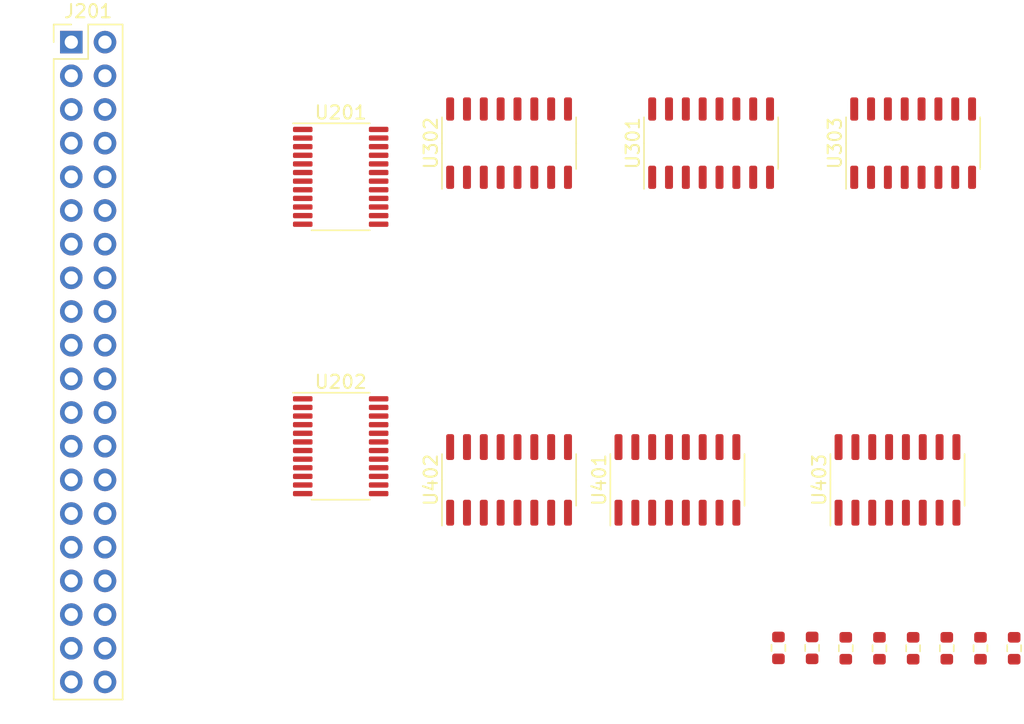
<source format=kicad_pcb>
(kicad_pcb (version 20211014) (generator pcbnew)
  (layers (0 "F.Cu" signal) (31 "B.Cu" signal) (34 "B.Paste" user) (35 "F.Paste" user) (36 "B.SilkS" user "B.Silkscreen") (37 "F.SilkS" user "F.Silkscreen") (38 "B.Mask" user) (39 "F.Mask" user) (44 "Edge.Cuts" user))
  (net 0 "")
  (net 1 "+3V3")
  (net 2 "+5V")
  (net 5 "GND")
  (net 9 "/Pi Input/~{SPI1_{LOAD}}")
  (net 10 "/Pi Input/~{SPI1_{SELECT}}")
  (net 15 "/Pi Input/SPI0_{COPI}")
  (net 18 "/Pi Input/SPI0_{CLK}")
  (net 19 "/Pi Input/~{SPI0_{SELECT}}")
  (net 27 "/Pi Input/SPI1_{CIPO}")
  (net 31 "/Pi Input/SPI1_{CLK}")
  (net 32 "/In Registers/~{IN_{LOAD}}")
  (net 33 "/In Registers/IN_{CLK}")
  (net 35 "/Pi Input/~{IN_{SELECT}}")
  (net 36 "/Pi Input/~{IN_{LOAD}}")
  (net 37 "/Pi Input/IN_{CLK}")
  (net 39 "/Pi Input/IN_{DATA}")
  (net 54 "Net-(U301-Pad9)")
  (net 55 "/Out Registers/OUT_{CLK}")
  (net 56 "/Out Registers/~{OUT_{SELECT}}")
  (net 57 "/Out Registers/OUT_{DATA}")
  (net 66 "Net-(U302-Pad9)")
  (net 78 "Net-(U401-Pad9)")
  (net 79 "/In Registers/~{IN_{SELECT}}")
  (net 85 "Net-(U402-Pad9)")
  (net 91 "/In Registers/IN_{DATA}")
  (net 92 "/In Registers/IN0")
  (net 93 "/In Registers/IN1")
  (net 94 "/In Registers/IN2")
  (net 95 "/In Registers/IN3")
  (net 96 "/In Registers/IN4")
  (net 97 "/In Registers/IN5")
  (net 98 "/In Registers/IN6")
  (net 99 "/In Registers/IN7")
  (net 100 "/In Registers/IN19")
  (net 101 "/In Registers/IN18")
  (net 102 "/In Registers/IN17")
  (net 103 "/In Registers/IN16")
  (net 104 "/In Registers/IN23")
  (net 105 "/In Registers/IN22")
  (net 106 "/In Registers/IN21")
  (net 107 "/In Registers/IN20")
  (footprint "Resistor_SMD:R_0603_1608Metric" (layer "F.Cu") (at 147.32 129.54 -90)
    (fp_text reference "R401" hide)
    (fp_text value "1M")
    (fp_line (start -0.237258 0.5225) (end 0.237258 0.5225) (layer "F.SilkS") (width 0.12))
    (fp_line (start -0.237258 -0.5225) (end 0.237258 -0.5225) (layer "F.SilkS") (width 0.12))
    (pad "1" smd roundrect (at -0.825 0 270) (size 0.8 0.95) (layers "F.Cu" "F.Paste" "F.Mask") (net 92 "/In Registers/IN0"))
    (pad "2" smd roundrect (at 0.825 0 270) (size 0.8 0.95) (layers "F.Cu" "F.Paste" "F.Mask") (net 5 "GND"))
  )
  (footprint "Resistor_SMD:R_0603_1608Metric" (layer "F.Cu") (at 139.7 129.54 -90)
    (fp_text reference "R404" hide)
    (fp_text value "1M")
    (fp_line (start -0.237258 -0.5225) (end 0.237258 -0.5225) (layer "F.SilkS") (width 0.12))
    (fp_line (start -0.237258 0.5225) (end 0.237258 0.5225) (layer "F.SilkS") (width 0.12))
    (pad "1" smd roundrect (at -0.825 0 270) (size 0.8 0.95) (layers "F.Cu" "F.Paste" "F.Mask") (net 95 "/In Registers/IN3"))
    (pad "2" smd roundrect (at 0.825 0 270) (size 0.8 0.95) (layers "F.Cu" "F.Paste" "F.Mask") (net 5 "GND"))
  )
  (footprint "Resistor_SMD:R_0603_1608Metric" (layer "F.Cu") (at 144.78 129.54 -90)
    (fp_text reference "R402" hide)
    (fp_text value "1M")
    (fp_line (start -0.237258 -0.5225) (end 0.237258 -0.5225) (layer "F.SilkS") (width 0.12))
    (fp_line (start -0.237258 0.5225) (end 0.237258 0.5225) (layer "F.SilkS") (width 0.12))
    (pad "1" smd roundrect (at -0.825 0 270) (size 0.8 0.95) (layers "F.Cu" "F.Paste" "F.Mask") (net 93 "/In Registers/IN1"))
    (pad "2" smd roundrect (at 0.825 0 270) (size 0.8 0.95) (layers "F.Cu" "F.Paste" "F.Mask") (net 5 "GND"))
  )
  (footprint "Package_SO:SO-16_3.9x9.9mm_P1.27mm" (layer "F.Cu") (at 109.22 91.44 90)
    (fp_text reference "U302" (at 0 -5.9 90) (layer "F.SilkS"))
    (fp_text value "74HC595")
    (fp_line (start 0 -5.06) (end 1.95 -5.06) (layer "F.SilkS") (width 0.12))
    (fp_line (start 0 -5.06) (end -3.45 -5.06) (layer "F.SilkS") (width 0.12))
    (fp_line (start 0 5.06) (end -1.95 5.06) (layer "F.SilkS") (width 0.12))
    (fp_line (start 0 5.06) (end 1.95 5.06) (layer "F.SilkS") (width 0.12))
    (pad "1" smd roundrect (at -2.575 -4.445 90) (size 1.75 0.6) (layers "F.Cu" "F.Paste" "F.Mask"))
    (pad "2" smd roundrect (at -2.575 -3.175 90) (size 1.75 0.6) (layers "F.Cu" "F.Paste" "F.Mask"))
    (pad "3" smd roundrect (at -2.575 -1.905 90) (size 1.75 0.6) (layers "F.Cu" "F.Paste" "F.Mask"))
    (pad "4" smd roundrect (at -2.575 -0.635 90) (size 1.75 0.6) (layers "F.Cu" "F.Paste" "F.Mask"))
    (pad "5" smd roundrect (at -2.575 0.635 90) (size 1.75 0.6) (layers "F.Cu" "F.Paste" "F.Mask"))
    (pad "6" smd roundrect (at -2.575 1.905 90) (size 1.75 0.6) (layers "F.Cu" "F.Paste" "F.Mask"))
    (pad "7" smd roundrect (at -2.575 3.175 90) (size 1.75 0.6) (layers "F.Cu" "F.Paste" "F.Mask"))
    (pad "8" smd roundrect (at -2.575 4.445 90) (size 1.75 0.6) (layers "F.Cu" "F.Paste" "F.Mask") (net 5 "GND"))
    (pad "9" smd roundrect (at 2.575 4.445 90) (size 1.75 0.6) (layers "F.Cu" "F.Paste" "F.Mask") (net 66 "Net-(U302-Pad9)"))
    (pad "10" smd roundrect (at 2.575 3.175 90) (size 1.75 0.6) (layers "F.Cu" "F.Paste" "F.Mask") (net 2 "+5V"))
    (pad "11" smd roundrect (at 2.575 1.905 90) (size 1.75 0.6) (layers "F.Cu" "F.Paste" "F.Mask") (net 55 "/Out Registers/OUT_{CLK}"))
    (pad "12" smd roundrect (at 2.575 0.635 90) (size 1.75 0.6) (layers "F.Cu" "F.Paste" "F.Mask") (net 56 "/Out Registers/~{OUT_{SELECT}}"))
    (pad "13" smd roundrect (at 2.575 -0.635 90) (size 1.75 0.6) (layers "F.Cu" "F.Paste" "F.Mask") (net 5 "GND"))
    (pad "14" smd roundrect (at 2.575 -1.905 90) (size 1.75 0.6) (layers "F.Cu" "F.Paste" "F.Mask") (net 54 "Net-(U301-Pad9)"))
    (pad "15" smd roundrect (at 2.575 -3.175 90) (size 1.75 0.6) (layers "F.Cu" "F.Paste" "F.Mask"))
    (pad "16" smd roundrect (at 2.575 -4.445 90) (size 1.75 0.6) (layers "F.Cu" "F.Paste" "F.Mask") (net 2 "+5V"))
  )
  (footprint "Resistor_SMD:R_0603_1608Metric" (layer "F.Cu") (at 129.54 129.515 -90)
    (fp_text reference "R408" hide)
    (fp_text value "1M")
    (fp_line (start -0.237258 0.5225) (end 0.237258 0.5225) (layer "F.SilkS") (width 0.12))
    (fp_line (start -0.237258 -0.5225) (end 0.237258 -0.5225) (layer "F.SilkS") (width 0.12))
    (pad "1" smd roundrect (at -0.825 0 270) (size 0.8 0.95) (layers "F.Cu" "F.Paste" "F.Mask") (net 99 "/In Registers/IN7"))
    (pad "2" smd roundrect (at 0.825 0 270) (size 0.8 0.95) (layers "F.Cu" "F.Paste" "F.Mask") (net 5 "GND"))
  )
  (footprint "Resistor_SMD:R_0603_1608Metric" (layer "F.Cu") (at 142.24 129.54 -90)
    (fp_text reference "R403" hide)
    (fp_text value "1M")
    (fp_line (start -0.237258 0.5225) (end 0.237258 0.5225) (layer "F.SilkS") (width 0.12))
    (fp_line (start -0.237258 -0.5225) (end 0.237258 -0.5225) (layer "F.SilkS") (width 0.12))
    (pad "1" smd roundrect (at -0.825 0 270) (size 0.8 0.95) (layers "F.Cu" "F.Paste" "F.Mask") (net 94 "/In Registers/IN2"))
    (pad "2" smd roundrect (at 0.825 0 270) (size 0.8 0.95) (layers "F.Cu" "F.Paste" "F.Mask") (net 5 "GND"))
  )
  (footprint "Connector_PinHeader_2.54mm:PinHeader_2x20_P2.54mm_Vertical" (layer "F.Cu") (at 76.2 83.82)
    (fp_text reference "J201" (at 1.27 -2.33) (layer "F.SilkS"))
    (fp_text value "Raspberry_Pi_2_3")
    (fp_line (start 3.87 -1.33) (end 3.87 49.59) (layer "F.SilkS") (width 0.12))
    (fp_line (start -1.33 0) (end -1.33 -1.33) (layer "F.SilkS") (width 0.12))
    (fp_line (start -1.33 1.27) (end -1.33 49.59) (layer "F.SilkS") (width 0.12))
    (fp_line (start -1.33 1.27) (end 1.27 1.27) (layer "F.SilkS") (width 0.12))
    (fp_line (start 1.27 -1.33) (end 3.87 -1.33) (layer "F.SilkS") (width 0.12))
    (fp_line (start -1.33 -1.33) (end 0 -1.33) (layer "F.SilkS") (width 0.12))
    (fp_line (start -1.33 49.59) (end 3.87 49.59) (layer "F.SilkS") (width 0.12))
    (fp_line (start 1.27 1.27) (end 1.27 -1.33) (layer "F.SilkS") (width 0.12))
    (pad "1" thru_hole rect (at 0 0) (size 1.7 1.7) (drill 1) (layers *.Cu *.Mask) (net 1 "+3V3"))
    (pad "2" thru_hole oval (at 2.54 0) (size 1.7 1.7) (drill 1) (layers *.Cu *.Mask) (net 2 "+5V"))
    (pad "3" thru_hole oval (at 0 2.54) (size 1.7 1.7) (drill 1) (layers *.Cu *.Mask))
    (pad "4" thru_hole oval (at 2.54 2.54) (size 1.7 1.7) (drill 1) (layers *.Cu *.Mask) (net 2 "+5V"))
    (pad "5" thru_hole oval (at 0 5.08) (size 1.7 1.7) (drill 1) (layers *.Cu *.Mask))
    (pad "6" thru_hole oval (at 2.54 5.08) (size 1.7 1.7) (drill 1) (layers *.Cu *.Mask) (net 5 "GND"))
    (pad "7" thru_hole oval (at 0 7.62) (size 1.7 1.7) (drill 1) (layers *.Cu *.Mask))
    (pad "8" thru_hole oval (at 2.54 7.62) (size 1.7 1.7) (drill 1) (layers *.Cu *.Mask))
    (pad "9" thru_hole oval (at 0 10.16) (size 1.7 1.7) (drill 1) (layers *.Cu *.Mask) (net 5 "GND"))
    (pad "10" thru_hole oval (at 2.54 10.16) (size 1.7 1.7) (drill 1) (layers *.Cu *.Mask))
    (pad "11" thru_hole oval (at 0 12.7) (size 1.7 1.7) (drill 1) (layers *.Cu *.Mask) (net 9 "/Pi Input/~{SPI1_{LOAD}}"))
    (pad "12" thru_hole oval (at 2.54 12.7) (size 1.7 1.7) (drill 1) (layers *.Cu *.Mask) (net 10 "/Pi Input/~{SPI1_{SELECT}}"))
    (pad "13" thru_hole oval (at 0 15.24) (size 1.7 1.7) (drill 1) (layers *.Cu *.Mask))
    (pad "14" thru_hole oval (at 2.54 15.24) (size 1.7 1.7) (drill 1) (layers *.Cu *.Mask) (net 5 "GND"))
    (pad "15" thru_hole oval (at 0 17.78) (size 1.7 1.7) (drill 1) (layers *.Cu *.Mask))
    (pad "16" thru_hole oval (at 2.54 17.78) (size 1.7 1.7) (drill 1) (layers *.Cu *.Mask))
    (pad "17" thru_hole oval (at 0 20.32) (size 1.7 1.7) (drill 1) (layers *.Cu *.Mask) (net 1 "+3V3"))
    (pad "18" thru_hole oval (at 2.54 20.32) (size 1.7 1.7) (drill 1) (layers *.Cu *.Mask))
    (pad "19" thru_hole oval (at 0 22.86) (size 1.7 1.7) (drill 1) (layers *.Cu *.Mask) (net 15 "/Pi Input/SPI0_{COPI}"))
    (pad "20" thru_hole oval (at 2.54 22.86) (size 1.7 1.7) (drill 1) (layers *.Cu *.Mask) (net 5 "GND"))
    (pad "21" thru_hole oval (at 0 25.4) (size 1.7 1.7) (drill 1) (layers *.Cu *.Mask))
    (pad "22" thru_hole oval (at 2.54 25.4) (size 1.7 1.7) (drill 1) (layers *.Cu *.Mask))
    (pad "23" thru_hole oval (at 0 27.94) (size 1.7 1.7) (drill 1) (layers *.Cu *.Mask) (net 18 "/Pi Input/SPI0_{CLK}"))
    (pad "24" thru_hole oval (at 2.54 27.94) (size 1.7 1.7) (drill 1) (layers *.Cu *.Mask) (net 19 "/Pi Input/~{SPI0_{SELECT}}"))
    (pad "25" thru_hole oval (at 0 30.48) (size 1.7 1.7) (drill 1) (layers *.Cu *.Mask) (net 5 "GND"))
    (pad "26" thru_hole oval (at 2.54 30.48) (size 1.7 1.7) (drill 1) (layers *.Cu *.Mask))
    (pad "27" thru_hole oval (at 0 33.02) (size 1.7 1.7) (drill 1) (layers *.Cu *.Mask))
    (pad "28" thru_hole oval (at 2.54 33.02) (size 1.7 1.7) (drill 1) (layers *.Cu *.Mask))
    (pad "29" thru_hole oval (at 0 35.56) (size 1.7 1.7) (drill 1) (layers *.Cu *.Mask))
    (pad "30" thru_hole oval (at 2.54 35.56) (size 1.7 1.7) (drill 1) (layers *.Cu *.Mask) (net 5 "GND"))
    (pad "31" thru_hole oval (at 0 38.1) (size 1.7 1.7) (drill 1) (layers *.Cu *.Mask))
    (pad "32" thru_hole oval (at 2.54 38.1) (size 1.7 1.7) (drill 1) (layers *.Cu *.Mask))
    (pad "33" thru_hole oval (at 0 40.64) (size 1.7 1.7) (drill 1) (layers *.Cu *.Mask))
    (pad "34" thru_hole oval (at 2.54 40.64) (size 1.7 1.7) (drill 1) (layers *.Cu *.Mask) (net 5 "GND"))
    (pad "35" thru_hole oval (at 0 43.18) (size 1.7 1.7) (drill 1) (layers *.Cu *.Mask) (net 27 "/Pi Input/SPI1_{CIPO}"))
    (pad "36" thru_hole oval (at 2.54 43.18) (size 1.7 1.7) (drill 1) (layers *.Cu *.Mask))
    (pad "37" thru_hole oval (at 0 45.72) (size 1.7 1.7) (drill 1) (layers *.Cu *.Mask))
    (pad "38" thru_hole oval (at 2.54 45.72) (size 1.7 1.7) (drill 1) (layers *.Cu *.Mask))
    (pad "39" thru_hole oval (at 0 48.26) (size 1.7 1.7) (drill 1) (layers *.Cu *.Mask) (net 5 "GND"))
    (pad "40" thru_hole oval (at 2.54 48.26) (size 1.7 1.7) (drill 1) (layers *.Cu *.Mask) (net 31 "/Pi Input/SPI1_{CLK}"))
  )
  (footprint "Package_SO:SOIC-16_3.9x9.9mm_P1.27mm" (layer "F.Cu") (at 109.22 116.84 90)
    (fp_text reference "U402" (at 0 -5.9 90) (layer "F.SilkS"))
    (fp_text value "74HC165")
    (fp_line (start 0 -5.06) (end 1.95 -5.06) (layer "F.SilkS") (width 0.12))
    (fp_line (start 0 5.06) (end 1.95 5.06) (layer "F.SilkS") (width 0.12))
    (fp_line (start 0 -5.06) (end -3.45 -5.06) (layer "F.SilkS") (width 0.12))
    (fp_line (start 0 5.06) (end -1.95 5.06) (layer "F.SilkS") (width 0.12))
    (pad "1" smd roundrect (at -2.475 -4.445 90) (size 1.95 0.6) (layers "F.Cu" "F.Paste" "F.Mask") (net 32 "/In Registers/~{IN_{LOAD}}"))
    (pad "2" smd roundrect (at -2.475 -3.175 90) (size 1.95 0.6) (layers "F.Cu" "F.Paste" "F.Mask") (net 33 "/In Registers/IN_{CLK}"))
    (pad "3" smd roundrect (at -2.475 -1.905 90) (size 1.95 0.6) (layers "F.Cu" "F.Paste" "F.Mask"))
    (pad "4" smd roundrect (at -2.475 -0.635 90) (size 1.95 0.6) (layers "F.Cu" "F.Paste" "F.Mask"))
    (pad "5" smd roundrect (at -2.475 0.635 90) (size 1.95 0.6) (layers "F.Cu" "F.Paste" "F.Mask"))
    (pad "6" smd roundrect (at -2.475 1.905 90) (size 1.95 0.6) (layers "F.Cu" "F.Paste" "F.Mask"))
    (pad "7" smd roundrect (at -2.475 3.175 90) (size 1.95 0.6) (layers "F.Cu" "F.Paste" "F.Mask"))
    (pad "8" smd roundrect (at -2.475 4.445 90) (size 1.95 0.6) (layers "F.Cu" "F.Paste" "F.Mask") (net 5 "GND"))
    (pad "9" smd roundrect (at 2.475 4.445 90) (size 1.95 0.6) (layers "F.Cu" "F.Paste" "F.Mask") (net 85 "Net-(U402-Pad9)"))
    (pad "10" smd roundrect (at 2.475 3.175 90) (size 1.95 0.6) (layers "F.Cu" "F.Paste" "F.Mask") (net 78 "Net-(U401-Pad9)"))
    (pad "11" smd roundrect (at 2.475 1.905 90) (size 1.95 0.6) (layers "F.Cu" "F.Paste" "F.Mask"))
    (pad "12" smd roundrect (at 2.475 0.635 90) (size 1.95 0.6) (layers "F.Cu" "F.Paste" "F.Mask"))
    (pad "13" smd roundrect (at 2.475 -0.635 90) (size 1.95 0.6) (layers "F.Cu" "F.Paste" "F.Mask"))
    (pad "14" smd roundrect (at 2.475 -1.905 90) (size 1.95 0.6) (layers "F.Cu" "F.Paste" "F.Mask"))
    (pad "15" smd roundrect (at 2.475 -3.175 90) (size 1.95 0.6) (layers "F.Cu" "F.Paste" "F.Mask") (net 79 "/In Registers/~{IN_{SELECT}}"))
    (pad "16" smd roundrect (at 2.475 -4.445 90) (size 1.95 0.6) (layers "F.Cu" "F.Paste" "F.Mask") (net 2 "+5V"))
  )
  (footprint "Resistor_SMD:R_0603_1608Metric" (layer "F.Cu") (at 137.16 129.54 -90)
    (fp_text reference "R405" hide)
    (fp_text value "1M")
    (fp_line (start -0.237258 -0.5225) (end 0.237258 -0.5225) (layer "F.SilkS") (width 0.12))
    (fp_line (start -0.237258 0.5225) (end 0.237258 0.5225) (layer "F.SilkS") (width 0.12))
    (pad "1" smd roundrect (at -0.825 0 270) (size 0.8 0.95) (layers "F.Cu" "F.Paste" "F.Mask") (net 96 "/In Registers/IN4"))
    (pad "2" smd roundrect (at 0.825 0 270) (size 0.8 0.95) (layers "F.Cu" "F.Paste" "F.Mask") (net 5 "GND"))
  )
  (footprint "Resistor_SMD:R_0603_1608Metric" (layer "F.Cu") (at 132.08 129.515 -90)
    (fp_text reference "R407" hide)
    (fp_text value "1M")
    (fp_line (start -0.237258 -0.5225) (end 0.237258 -0.5225) (layer "F.SilkS") (width 0.12))
    (fp_line (start -0.237258 0.5225) (end 0.237258 0.5225) (layer "F.SilkS") (width 0.12))
    (pad "1" smd roundrect (at -0.825 0 270) (size 0.8 0.95) (layers "F.Cu" "F.Paste" "F.Mask") (net 98 "/In Registers/IN6"))
    (pad "2" smd roundrect (at 0.825 0 270) (size 0.8 0.95) (layers "F.Cu" "F.Paste" "F.Mask") (net 5 "GND"))
  )
  (footprint "Resistor_SMD:R_0603_1608Metric" (layer "F.Cu") (at 134.62 129.54 -90)
    (fp_text reference "R406" hide)
    (fp_text value "1M")
    (fp_line (start -0.237258 0.5225) (end 0.237258 0.5225) (layer "F.SilkS") (width 0.12))
    (fp_line (start -0.237258 -0.5225) (end 0.237258 -0.5225) (layer "F.SilkS") (width 0.12))
    (pad "1" smd roundrect (at -0.825 0 270) (size 0.8 0.95) (layers "F.Cu" "F.Paste" "F.Mask") (net 97 "/In Registers/IN5"))
    (pad "2" smd roundrect (at 0.825 0 270) (size 0.8 0.95) (layers "F.Cu" "F.Paste" "F.Mask") (net 5 "GND"))
  )
  (footprint "Package_SO:SOIC-16_3.9x9.9mm_P1.27mm" (layer "F.Cu") (at 121.92 116.84 90)
    (fp_text reference "U401" (at 0 -5.9 90) (layer "F.SilkS"))
    (fp_text value "74HC165")
    (fp_line (start 0 5.06) (end 1.95 5.06) (layer "F.SilkS") (width 0.12))
    (fp_line (start 0 -5.06) (end 1.95 -5.06) (layer "F.SilkS") (width 0.12))
    (fp_line (start 0 5.06) (end -1.95 5.06) (layer "F.SilkS") (width 0.12))
    (fp_line (start 0 -5.06) (end -3.45 -5.06) (layer "F.SilkS") (width 0.12))
    (pad "1" smd roundrect (at -2.475 -4.445 90) (size 1.95 0.6) (layers "F.Cu" "F.Paste" "F.Mask") (net 32 "/In Registers/~{IN_{LOAD}}"))
    (pad "2" smd roundrect (at -2.475 -3.175 90) (size 1.95 0.6) (layers "F.Cu" "F.Paste" "F.Mask") (net 33 "/In Registers/IN_{CLK}"))
    (pad "3" smd roundrect (at -2.475 -1.905 90) (size 1.95 0.6) (layers "F.Cu" "F.Paste" "F.Mask") (net 100 "/In Registers/IN19"))
    (pad "4" smd roundrect (at -2.475 -0.635 90) (size 1.95 0.6) (layers "F.Cu" "F.Paste" "F.Mask") (net 101 "/In Registers/IN18"))
    (pad "5" smd roundrect (at -2.475 0.635 90) (size 1.95 0.6) (layers "F.Cu" "F.Paste" "F.Mask") (net 102 "/In Registers/IN17"))
    (pad "6" smd roundrect (at -2.475 1.905 90) (size 1.95 0.6) (layers "F.Cu" "F.Paste" "F.Mask") (net 103 "/In Registers/IN16"))
    (pad "7" smd roundrect (at -2.475 3.175 90) (size 1.95 0.6) (layers "F.Cu" "F.Paste" "F.Mask"))
    (pad "8" smd roundrect (at -2.475 4.445 90) (size 1.95 0.6) (layers "F.Cu" "F.Paste" "F.Mask") (net 5 "GND"))
    (pad "9" smd roundrect (at 2.475 4.445 90) (size 1.95 0.6) (layers "F.Cu" "F.Paste" "F.Mask") (net 78 "Net-(U401-Pad9)"))
    (pad "10" smd roundrect (at 2.475 3.175 90) (size 1.95 0.6) (layers "F.Cu" "F.Paste" "F.Mask") (net 5 "GND"))
    (pad "11" smd roundrect (at 2.475 1.905 90) (size 1.95 0.6) (layers "F.Cu" "F.Paste" "F.Mask") (net 104 "/In Registers/IN23"))
    (pad "12" smd roundrect (at 2.475 0.635 90) (size 1.95 0.6) (layers "F.Cu" "F.Paste" "F.Mask") (net 105 "/In Registers/IN22"))
    (pad "13" smd roundrect (at 2.475 -0.635 90) (size 1.95 0.6) (layers "F.Cu" "F.Paste" "F.Mask") (net 106 "/In Registers/IN21"))
    (pad "14" smd roundrect (at 2.475 -1.905 90) (size 1.95 0.6) (layers "F.Cu" "F.Paste" "F.Mask") (net 107 "/In Registers/IN20"))
    (pad "15" smd roundrect (at 2.475 -3.175 90) (size 1.95 0.6) (layers "F.Cu" "F.Paste" "F.Mask") (net 79 "/In Registers/~{IN_{SELECT}}"))
    (pad "16" smd roundrect (at 2.475 -4.445 90) (size 1.95 0.6) (layers "F.Cu" "F.Paste" "F.Mask") (net 2 "+5V"))
  )
  (footprint "Package_SO:SO-16_3.9x9.9mm_P1.27mm" (layer "F.Cu") (at 124.46 91.44 90)
    (fp_text reference "U301" (at 0 -5.9 90) (layer "F.SilkS"))
    (fp_text value "74HC595")
    (fp_line (start 0 -5.06) (end 1.95 -5.06) (layer "F.SilkS") (width 0.12))
    (fp_line (start 0 -5.06) (end -3.45 -5.06) (layer "F.SilkS") (width 0.12))
    (fp_line (start 0 5.06) (end 1.95 5.06) (layer "F.SilkS") (width 0.12))
    (fp_line (start 0 5.06) (end -1.95 5.06) (layer "F.SilkS") (width 0.12))
    (pad "1" smd roundrect (at -2.575 -4.445 90) (size 1.75 0.6) (layers "F.Cu" "F.Paste" "F.Mask"))
    (pad "2" smd roundrect (at -2.575 -3.175 90) (size 1.75 0.6) (layers "F.Cu" "F.Paste" "F.Mask"))
    (pad "3" smd roundrect (at -2.575 -1.905 90) (size 1.75 0.6) (layers "F.Cu" "F.Paste" "F.Mask"))
    (pad "4" smd roundrect (at -2.575 -0.635 90) (size 1.75 0.6) (layers "F.Cu" "F.Paste" "F.Mask"))
    (pad "5" smd roundrect (at -2.575 0.635 90) (size 1.75 0.6) (layers "F.Cu" "F.Paste" "F.Mask"))
    (pad "6" smd roundrect (at -2.575 1.905 90) (size 1.75 0.6) (layers "F.Cu" "F.Paste" "F.Mask"))
    (pad "7" smd roundrect (at -2.575 3.175 90) (size 1.75 0.6) (layers "F.Cu" "F.Paste" "F.Mask"))
    (pad "8" smd roundrect (at -2.575 4.445 90) (size 1.75 0.6) (layers "F.Cu" "F.Paste" "F.Mask") (net 5 "GND"))
    (pad "9" smd roundrect (at 2.575 4.445 90) (size 1.75 0.6) (layers "F.Cu" "F.Paste" "F.Mask") (net 54 "Net-(U301-Pad9)"))
    (pad "10" smd roundrect (at 2.575 3.175 90) (size 1.75 0.6) (layers "F.Cu" "F.Paste" "F.Mask") (net 2 "+5V"))
    (pad "11" smd roundrect (at 2.575 1.905 90) (size 1.75 0.6) (layers "F.Cu" "F.Paste" "F.Mask") (net 55 "/Out Registers/OUT_{CLK}"))
    (pad "12" smd roundrect (at 2.575 0.635 90) (size 1.75 0.6) (layers "F.Cu" "F.Paste" "F.Mask") (net 56 "/Out Registers/~{OUT_{SELECT}}"))
    (pad "13" smd roundrect (at 2.575 -0.635 90) (size 1.75 0.6) (layers "F.Cu" "F.Paste" "F.Mask") (net 5 "GND"))
    (pad "14" smd roundrect (at 2.575 -1.905 90) (size 1.75 0.6) (layers "F.Cu" "F.Paste" "F.Mask") (net 57 "/Out Registers/OUT_{DATA}"))
    (pad "15" smd roundrect (at 2.575 -3.175 90) (size 1.75 0.6) (layers "F.Cu" "F.Paste" "F.Mask"))
    (pad "16" smd roundrect (at 2.575 -4.445 90) (size 1.75 0.6) (layers "F.Cu" "F.Paste" "F.Mask") (net 2 "+5V"))
  )
  (footprint "Package_SO:TSSOP-24_4.4x7.8mm_P0.65mm" (layer "F.Cu") (at 96.52 93.98)
    (fp_text reference "U201" (at 0 -4.85) (layer "F.SilkS"))
    (fp_text value "SN74LVC4245APWR")
    (fp_line (start 0 4.035) (end -2.2 4.035) (layer "F.SilkS") (width 0.12))
    (fp_line (start 0 -4.035) (end 2.2 -4.035) (layer "F.SilkS") (width 0.12))
    (fp_line (start 0 -4.035) (end -3.6 -4.035) (layer "F.SilkS") (width 0.12))
    (fp_line (start 0 4.035) (end 2.2 4.035) (layer "F.SilkS") (width 0.12))
    (pad "1" smd roundrect (at -2.8625 -3.575) (size 1.475 0.4) (layers "F.Cu" "F.Paste" "F.Mask") (net 2 "+5V"))
    (pad "2" smd roundrect (at -2.8625 -2.925) (size 1.475 0.4) (layers "F.Cu" "F.Paste" "F.Mask") (net 5 "GND"))
    (pad "3" smd roundrect (at -2.8625 -2.275) (size 1.475 0.4) (layers "F.Cu" "F.Paste" "F.Mask") (net 56 "/Out Registers/~{OUT_{SELECT}}"))
    (pad "4" smd roundrect (at -2.8625 -1.625) (size 1.475 0.4) (layers "F.Cu" "F.Paste" "F.Mask") (net 57 "/Out Registers/OUT_{DATA}"))
    (pad "5" smd roundrect (at -2.8625 -0.975) (size 1.475 0.4) (layers "F.Cu" "F.Paste" "F.Mask") (net 55 "/Out Registers/OUT_{CLK}"))
    (pad "6" smd roundrect (at -2.8625 -0.325) (size 1.475 0.4) (layers "F.Cu" "F.Paste" "F.Mask"))
    (pad "7" smd roundrect (at -2.8625 0.325) (size 1.475 0.4) (layers "F.Cu" "F.Paste" "F.Mask") (net 35 "/Pi Input/~{IN_{SELECT}}"))
    (pad "8" smd roundrect (at -2.8625 0.975) (size 1.475 0.4) (layers "F.Cu" "F.Paste" "F.Mask") (net 36 "/Pi Input/~{IN_{LOAD}}"))
    (pad "9" smd roundrect (at -2.8625 1.625) (size 1.475 0.4) (layers "F.Cu" "F.Paste" "F.Mask") (net 37 "/Pi Input/IN_{CLK}"))
    (pad "10" smd roundrect (at -2.8625 2.275) (size 1.475 0.4) (layers "F.Cu" "F.Paste" "F.Mask"))
    (pad "11" smd roundrect (at -2.8625 2.925) (size 1.475 0.4) (layers "F.Cu" "F.Paste" "F.Mask") (net 5 "GND"))
    (pad "12" smd roundrect (at -2.8625 3.575) (size 1.475 0.4) (layers "F.Cu" "F.Paste" "F.Mask") (net 5 "GND"))
    (pad "13" smd roundrect (at 2.8625 3.575) (size 1.475 0.4) (layers "F.Cu" "F.Paste" "F.Mask") (net 5 "GND"))
    (pad "14" smd roundrect (at 2.8625 2.925) (size 1.475 0.4) (layers "F.Cu" "F.Paste" "F.Mask") (net 5 "GND"))
    (pad "15" smd roundrect (at 2.8625 2.275) (size 1.475 0.4) (layers "F.Cu" "F.Paste" "F.Mask") (net 31 "/Pi Input/SPI1_{CLK}"))
    (pad "16" smd roundrect (at 2.8625 1.625) (size 1.475 0.4) (layers "F.Cu" "F.Paste" "F.Mask") (net 9 "/Pi Input/~{SPI1_{LOAD}}"))
    (pad "17" smd roundrect (at 2.8625 0.975) (size 1.475 0.4) (layers "F.Cu" "F.Paste" "F.Mask") (net 10 "/Pi Input/~{SPI1_{SELECT}}"))
    (pad "18" smd roundrect (at 2.8625 0.325) (size 1.475 0.4) (layers "F.Cu" "F.Paste" "F.Mask") (net 5 "GND"))
    (pad "19" smd roundrect (at 2.8625 -0.325) (size 1.475 0.4) (layers "F.Cu" "F.Paste" "F.Mask") (net 18 "/Pi Input/SPI0_{CLK}"))
    (pad "20" smd roundrect (at 2.8625 -0.975) (size 1.475 0.4) (layers "F.Cu" "F.Paste" "F.Mask") (net 15 "/Pi Input/SPI0_{COPI}"))
    (pad "21" smd roundrect (at 2.8625 -1.625) (size 1.475 0.4) (layers "F.Cu" "F.Paste" "F.Mask") (net 19 "/Pi Input/~{SPI0_{SELECT}}"))
    (pad "22" smd roundrect (at 2.8625 -2.275) (size 1.475 0.4) (layers "F.Cu" "F.Paste" "F.Mask") (net 5 "GND"))
    (pad "23" smd roundrect (at 2.8625 -2.925) (size 1.475 0.4) (layers "F.Cu" "F.Paste" "F.Mask") (net 1 "+3V3"))
    (pad "24" smd roundrect (at 2.8625 -3.575) (size 1.475 0.4) (layers "F.Cu" "F.Paste" "F.Mask") (net 1 "+3V3"))
  )
  (footprint "Package_SO:TSSOP-24_4.4x7.8mm_P0.65mm" (layer "F.Cu") (at 96.52 114.3)
    (fp_text reference "U202" (at 0 -4.85) (layer "F.SilkS"))
    (fp_text value "SN74LVC4245APWR")
    (fp_line (start 0 4.035) (end 2.2 4.035) (layer "F.SilkS") (width 0.12))
    (fp_line (start 0 4.035) (end -2.2 4.035) (layer "F.SilkS") (width 0.12))
    (fp_line (start 0 -4.035) (end 2.2 -4.035) (layer "F.SilkS") (width 0.12))
    (fp_line (start 0 -4.035) (end -3.6 -4.035) (layer "F.SilkS") (width 0.12))
    (pad "1" smd roundrect (at -2.8625 -3.575) (size 1.475 0.4) (layers "F.Cu" "F.Paste" "F.Mask") (net 2 "+5V"))
    (pad "2" smd roundrect (at -2.8625 -2.925) (size 1.475 0.4) (layers "F.Cu" "F.Paste" "F.Mask") (net 2 "+5V"))
    (pad "3" smd roundrect (at -2.8625 -2.275) (size 1.475 0.4) (layers "F.Cu" "F.Paste" "F.Mask") (net 5 "GND"))
    (pad "4" smd roundrect (at -2.8625 -1.625) (size 1.475 0.4) (layers "F.Cu" "F.Paste" "F.Mask") (net 5 "GND"))
    (pad "5" smd roundrect (at -2.8625 -0.975) (size 1.475 0.4) (layers "F.Cu" "F.Paste" "F.Mask") (net 5 "GND"))
    (pad "6" smd roundrect (at -2.8625 -0.325) (size 1.475 0.4) (layers "F.Cu" "F.Paste" "F.Mask") (net 39 "/Pi Input/IN_{DATA}"))
    (pad "7" smd roundrect (at -2.8625 0.325) (size 1.475 0.4) (layers "F.Cu" "F.Paste" "F.Mask") (net 5 "GND"))
    (pad "8" smd roundrect (at -2.8625 0.975) (size 1.475 0.4) (layers "F.Cu" "F.Paste" "F.Mask") (net 5 "GND"))
    (pad "9" smd roundrect (at -2.8625 1.625) (size 1.475 0.4) (layers "F.Cu" "F.Paste" "F.Mask") (net 5 "GND"))
    (pad "10" smd roundrect (at -2.8625 2.275) (size 1.475 0.4) (layers "F.Cu" "F.Paste" "F.Mask") (net 5 "GND"))
    (pad "11" smd roundrect (at -2.8625 2.925) (size 1.475 0.4) (layers "F.Cu" "F.Paste" "F.Mask") (net 5 "GND"))
    (pad "12" smd roundrect (at -2.8625 3.575) (size 1.475 0.4) (layers "F.Cu" "F.Paste" "F.Mask") (net 5 "GND"))
    (pad "13" smd roundrect (at 2.8625 3.575) (size 1.475 0.4) (layers "F.Cu" "F.Paste" "F.Mask") (net 5 "GND"))
    (pad "14" smd roundrect (at 2.8625 2.925) (size 1.475 0.4) (layers "F.Cu" "F.Paste" "F.Mask"))
    (pad "15" smd roundrect (at 2.8625 2.275) (size 1.475 0.4) (layers "F.Cu" "F.Paste" "F.Mask"))
    (pad "16" smd roundrect (at 2.8625 1.625) (size 1.475 0.4) (layers "F.Cu" "F.Paste" "F.Mask"))
    (pad "17" smd roundrect (at 2.8625 0.975) (size 1.475 0.4) (layers "F.Cu" "F.Paste" "F.Mask"))
    (pad "18" smd roundrect (at 2.8625 0.325) (size 1.475 0.4) (layers "F.Cu" "F.Paste" "F.Mask") (net 27 "/Pi Input/SPI1_{CIPO}"))
    (pad "19" smd roundrect (at 2.8625 -0.325) (size 1.475 0.4) (layers "F.Cu" "F.Paste" "F.Mask"))
    (pad "20" smd roundrect (at 2.8625 -0.975) (size 1.475 0.4) (layers "F.Cu" "F.Paste" "F.Mask"))
    (pad "21" smd roundrect (at 2.8625 -1.625) (size 1.475 0.4) (layers "F.Cu" "F.Paste" "F.Mask"))
    (pad "22" smd roundrect (at 2.8625 -2.275) (size 1.475 0.4) (layers "F.Cu" "F.Paste" "F.Mask") (net 5 "GND"))
    (pad "23" smd roundrect (at 2.8625 -2.925) (size 1.475 0.4) (layers "F.Cu" "F.Paste" "F.Mask") (net 1 "+3V3"))
    (pad "24" smd roundrect (at 2.8625 -3.575) (size 1.475 0.4) (layers "F.Cu" "F.Paste" "F.Mask") (net 1 "+3V3"))
  )
  (footprint "Package_SO:SO-16_3.9x9.9mm_P1.27mm" (layer "F.Cu") (at 139.7 91.44 90)
    (fp_text reference "U303" (at 0 -5.9 90) (layer "F.SilkS"))
    (fp_text value "74HC595")
    (fp_line (start 0 5.06) (end -1.95 5.06) (layer "F.SilkS") (width 0.12))
    (fp_line (start 0 -5.06) (end -3.45 -5.06) (layer "F.SilkS") (width 0.12))
    (fp_line (start 0 5.06) (end 1.95 5.06) (layer "F.SilkS") (width 0.12))
    (fp_line (start 0 -5.06) (end 1.95 -5.06) (layer "F.SilkS") (width 0.12))
    (pad "1" smd roundrect (at -2.575 -4.445 90) (size 1.75 0.6) (layers "F.Cu" "F.Paste" "F.Mask"))
    (pad "2" smd roundrect (at -2.575 -3.175 90) (size 1.75 0.6) (layers "F.Cu" "F.Paste" "F.Mask"))
    (pad "3" smd roundrect (at -2.575 -1.905 90) (size 1.75 0.6) (layers "F.Cu" "F.Paste" "F.Mask"))
    (pad "4" smd roundrect (at -2.575 -0.635 90) (size 1.75 0.6) (layers "F.Cu" "F.Paste" "F.Mask"))
    (pad "5" smd roundrect (at -2.575 0.635 90) (size 1.75 0.6) (layers "F.Cu" "F.Paste" "F.Mask"))
    (pad "6" smd roundrect (at -2.575 1.905 90) (size 1.75 0.6) (layers "F.Cu" "F.Paste" "F.Mask"))
    (pad "7" smd roundrect (at -2.575 3.175 90) (size 1.75 0.6) (layers "F.Cu" "F.Paste" "F.Mask"))
    (pad "8" smd roundrect (at -2.575 4.445 90) (size 1.75 0.6) (layers "F.Cu" "F.Paste" "F.Mask") (net 5 "GND"))
    (pad "9" smd roundrect (at 2.575 4.445 90) (size 1.75 0.6) (layers "F.Cu" "F.Paste" "F.Mask"))
    (pad "10" smd roundrect (at 2.575 3.175 90) (size 1.75 0.6) (layers "F.Cu" "F.Paste" "F.Mask") (net 2 "+5V"))
    (pad "11" smd roundrect (at 2.575 1.905 90) (size 1.75 0.6) (layers "F.Cu" "F.Paste" "F.Mask") (net 55 "/Out Registers/OUT_{CLK}"))
    (pad "12" smd roundrect (at 2.575 0.635 90) (size 1.75 0.6) (layers "F.Cu" "F.Paste" "F.Mask") (net 56 "/Out Registers/~{OUT_{SELECT}}"))
    (pad "13" smd roundrect (at 2.575 -0.635 90) (size 1.75 0.6) (layers "F.Cu" "F.Paste" "F.Mask") (net 5 "GND"))
    (pad "14" smd roundrect (at 2.575 -1.905 90) (size 1.75 0.6) (layers "F.Cu" "F.Paste" "F.Mask") (net 66 "Net-(U302-Pad9)"))
    (pad "15" smd roundrect (at 2.575 -3.175 90) (size 1.75 0.6) (layers "F.Cu" "F.Paste" "F.Mask"))
    (pad "16" smd roundrect (at 2.575 -4.445 90) (size 1.75 0.6) (layers "F.Cu" "F.Paste" "F.Mask") (net 2 "+5V"))
  )
  (footprint "Package_SO:SOIC-16_3.9x9.9mm_P1.27mm" (layer "F.Cu") (at 138.52 116.84 90)
    (fp_text reference "U403" (at 0 -5.9 90) (layer "F.SilkS"))
    (fp_text value "74HC165")
    (fp_line (start 0 -5.06) (end 1.95 -5.06) (layer "F.SilkS") (width 0.12))
    (fp_line (start 0 -5.06) (end -3.45 -5.06) (layer "F.SilkS") (width 0.12))
    (fp_line (start 0 5.06) (end 1.95 5.06) (layer "F.SilkS") (width 0.12))
    (fp_line (start 0 5.06) (end -1.95 5.06) (layer "F.SilkS") (width 0.12))
    (pad "1" smd roundrect (at -2.475 -4.445 90) (size 1.95 0.6) (layers "F.Cu" "F.Paste" "F.Mask") (net 32 "/In Registers/~{IN_{LOAD}}"))
    (pad "2" smd roundrect (at -2.475 -3.175 90) (size 1.95 0.6) (layers "F.Cu" "F.Paste" "F.Mask") (net 33 "/In Registers/IN_{CLK}"))
    (pad "3" smd roundrect (at -2.475 -1.905 90) (size 1.95 0.6) (layers "F.Cu" "F.Paste" "F.Mask") (net 95 "/In Registers/IN3"))
    (pad "4" smd roundrect (at -2.475 -0.635 90) (size 1.95 0.6) (layers "F.Cu" "F.Paste" "F.Mask") (net 94 "/In Registers/IN2"))
    (pad "5" smd roundrect (at -2.475 0.635 90) (size 1.95 0.6) (layers "F.Cu" "F.Paste" "F.Mask") (net 93 "/In Registers/IN1"))
    (pad "6" smd roundrect (at -2.475 1.905 90) (size 1.95 0.6) (layers "F.Cu" "F.Paste" "F.Mask") (net 92 "/In Registers/IN0"))
    (pad "7" smd roundrect (at -2.475 3.175 90) (size 1.95 0.6) (layers "F.Cu" "F.Paste" "F.Mask"))
    (pad "8" smd roundrect (at -2.475 4.445 90) (size 1.95 0.6) (layers "F.Cu" "F.Paste" "F.Mask") (net 5 "GND"))
    (pad "9" smd roundrect (at 2.475 4.445 90) (size 1.95 0.6) (layers "F.Cu" "F.Paste" "F.Mask") (net 91 "/In Registers/IN_{DATA}"))
    (pad "10" smd roundrect (at 2.475 3.175 90) (size 1.95 0.6) (layers "F.Cu" "F.Paste" "F.Mask") (net 85 "Net-(U402-Pad9)"))
    (pad "11" smd roundrect (at 2.475 1.905 90) (size 1.95 0.6) (layers "F.Cu" "F.Paste" "F.Mask") (net 99 "/In Registers/IN7"))
    (pad "12" smd roundrect (at 2.475 0.635 90) (size 1.95 0.6) (layers "F.Cu" "F.Paste" "F.Mask") (net 98 "/In Registers/IN6"))
    (pad "13" smd roundrect (at 2.475 -0.635 90) (size 1.95 0.6) (layers "F.Cu" "F.Paste" "F.Mask") (net 97 "/In Registers/IN5"))
    (pad "14" smd roundrect (at 2.475 -1.905 90) (size 1.95 0.6) (layers "F.Cu" "F.Paste" "F.Mask") (net 96 "/In Registers/IN4"))
    (pad "15" smd roundrect (at 2.475 -3.175 90) (size 1.95 0.6) (layers "F.Cu" "F.Paste" "F.Mask") (net 79 "/In Registers/~{IN_{SELECT}}"))
    (pad "16" smd roundrect (at 2.475 -4.445 90) (size 1.95 0.6) (layers "F.Cu" "F.Paste" "F.Mask") (net 2 "+5V"))
  )
)
</source>
